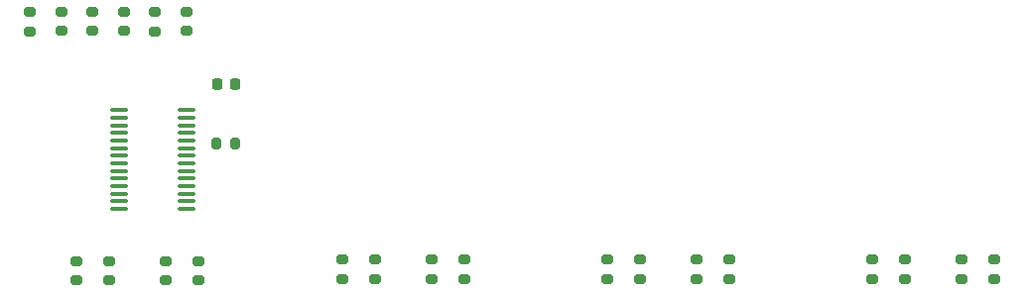
<source format=gtp>
%TF.GenerationSoftware,KiCad,Pcbnew,(6.0.0)*%
%TF.CreationDate,2022-10-09T23:31:42-04:00*%
%TF.ProjectId,i2c darlington,69326320-6461-4726-9c69-6e67746f6e2e,rev?*%
%TF.SameCoordinates,Original*%
%TF.FileFunction,Paste,Top*%
%TF.FilePolarity,Positive*%
%FSLAX46Y46*%
G04 Gerber Fmt 4.6, Leading zero omitted, Abs format (unit mm)*
G04 Created by KiCad (PCBNEW (6.0.0)) date 2022-10-09 23:31:42*
%MOMM*%
%LPD*%
G01*
G04 APERTURE LIST*
G04 Aperture macros list*
%AMRoundRect*
0 Rectangle with rounded corners*
0 $1 Rounding radius*
0 $2 $3 $4 $5 $6 $7 $8 $9 X,Y pos of 4 corners*
0 Add a 4 corners polygon primitive as box body*
4,1,4,$2,$3,$4,$5,$6,$7,$8,$9,$2,$3,0*
0 Add four circle primitives for the rounded corners*
1,1,$1+$1,$2,$3*
1,1,$1+$1,$4,$5*
1,1,$1+$1,$6,$7*
1,1,$1+$1,$8,$9*
0 Add four rect primitives between the rounded corners*
20,1,$1+$1,$2,$3,$4,$5,0*
20,1,$1+$1,$4,$5,$6,$7,0*
20,1,$1+$1,$6,$7,$8,$9,0*
20,1,$1+$1,$8,$9,$2,$3,0*%
G04 Aperture macros list end*
%ADD10RoundRect,0.200000X0.275000X-0.200000X0.275000X0.200000X-0.275000X0.200000X-0.275000X-0.200000X0*%
%ADD11RoundRect,0.200000X-0.200000X-0.275000X0.200000X-0.275000X0.200000X0.275000X-0.200000X0.275000X0*%
%ADD12RoundRect,0.225000X-0.225000X-0.250000X0.225000X-0.250000X0.225000X0.250000X-0.225000X0.250000X0*%
%ADD13RoundRect,0.100000X-0.637500X-0.100000X0.637500X-0.100000X0.637500X0.100000X-0.637500X0.100000X0*%
G04 APERTURE END LIST*
D10*
%TO.C,R1*%
X33782000Y-124553000D03*
X33782000Y-122903000D03*
%TD*%
%TO.C,R6*%
X47117000Y-124538000D03*
X47117000Y-122888000D03*
%TD*%
%TO.C,R2*%
X36449000Y-124538000D03*
X36449000Y-122888000D03*
%TD*%
D11*
%TO.C,R11*%
X49645000Y-134112000D03*
X51295000Y-134112000D03*
%TD*%
D10*
%TO.C,R13*%
X37719000Y-145859000D03*
X37719000Y-144209000D03*
%TD*%
%TO.C,R16*%
X63246000Y-145732000D03*
X63246000Y-144082000D03*
%TD*%
%TO.C,R18*%
X68072000Y-145732000D03*
X68072000Y-144082000D03*
%TD*%
%TO.C,R3*%
X39116000Y-124538000D03*
X39116000Y-122888000D03*
%TD*%
%TO.C,R23*%
X93472000Y-145732000D03*
X93472000Y-144082000D03*
%TD*%
%TO.C,R14*%
X45339000Y-145859000D03*
X45339000Y-144209000D03*
%TD*%
%TO.C,R15*%
X48133000Y-145859000D03*
X48133000Y-144209000D03*
%TD*%
%TO.C,R19*%
X70866000Y-145732000D03*
X70866000Y-144082000D03*
%TD*%
%TO.C,R21*%
X83058000Y-145732000D03*
X83058000Y-144082000D03*
%TD*%
D12*
%TO.C,C1*%
X49771000Y-129032000D03*
X51321000Y-129032000D03*
%TD*%
D10*
%TO.C,R22*%
X90678000Y-145732000D03*
X90678000Y-144082000D03*
%TD*%
%TO.C,R10*%
X116078000Y-145732000D03*
X116078000Y-144082000D03*
%TD*%
%TO.C,R8*%
X105664000Y-145732000D03*
X105664000Y-144082000D03*
%TD*%
%TO.C,R7*%
X108458000Y-145732000D03*
X108458000Y-144082000D03*
%TD*%
D13*
%TO.C,U1*%
X41384500Y-131291000D03*
X41384500Y-131941000D03*
X41384500Y-132591000D03*
X41384500Y-133241000D03*
X41384500Y-133891000D03*
X41384500Y-134541000D03*
X41384500Y-135191000D03*
X41384500Y-135841000D03*
X41384500Y-136491000D03*
X41384500Y-137141000D03*
X41384500Y-137791000D03*
X41384500Y-138441000D03*
X41384500Y-139091000D03*
X41384500Y-139741000D03*
X47109500Y-139741000D03*
X47109500Y-139091000D03*
X47109500Y-138441000D03*
X47109500Y-137791000D03*
X47109500Y-137141000D03*
X47109500Y-136491000D03*
X47109500Y-135841000D03*
X47109500Y-135191000D03*
X47109500Y-134541000D03*
X47109500Y-133891000D03*
X47109500Y-133241000D03*
X47109500Y-132591000D03*
X47109500Y-131941000D03*
X47109500Y-131291000D03*
%TD*%
D10*
%TO.C,R4*%
X41783000Y-124538000D03*
X41783000Y-122888000D03*
%TD*%
%TO.C,R17*%
X60452000Y-145732000D03*
X60452000Y-144082000D03*
%TD*%
%TO.C,R5*%
X44450000Y-124553000D03*
X44450000Y-122903000D03*
%TD*%
%TO.C,R9*%
X113284000Y-145732000D03*
X113284000Y-144082000D03*
%TD*%
%TO.C,R20*%
X85852000Y-145732000D03*
X85852000Y-144082000D03*
%TD*%
%TO.C,R12*%
X40513000Y-145859000D03*
X40513000Y-144209000D03*
%TD*%
M02*

</source>
